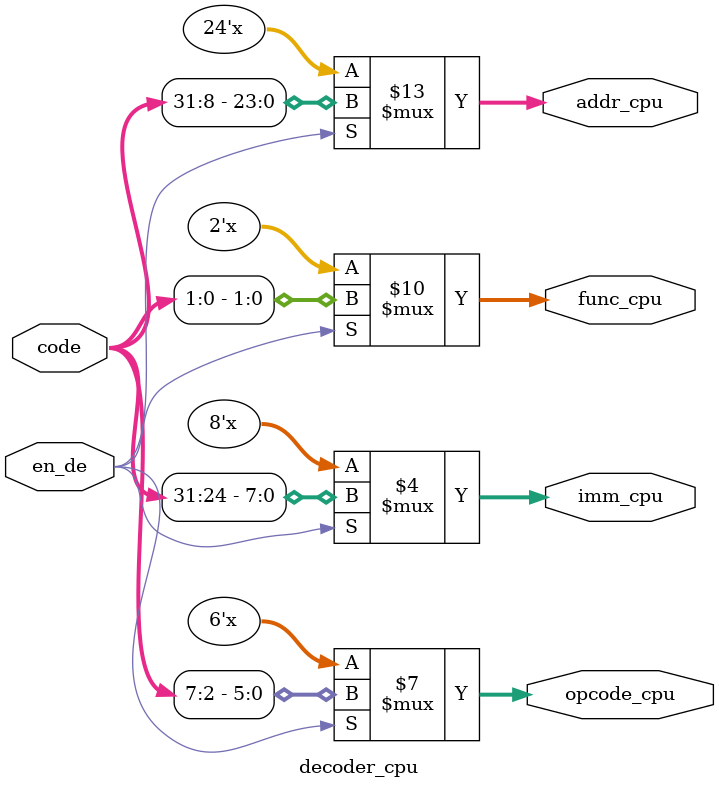
<source format=v>
`timescale 1ns / 1ps


module decoder_cpu(addr_cpu,code,func_cpu,opcode_cpu,imm_cpu,en_de);
input [31:0] code;
input en_de;
output reg [23:0] addr_cpu;
output reg [1:0] func_cpu;
output reg [5:0] opcode_cpu;
output reg [7:0] imm_cpu;

always@(*)
begin
if(en_de == 1) begin
 addr_cpu = code[31:8];
 func_cpu = code[1:0];
 opcode_cpu = code[7:2];
 imm_cpu = code[31:24];
 end
else begin
 addr_cpu = addr_cpu;
 func_cpu = func_cpu;
 opcode_cpu = opcode_cpu;
 imm_cpu = imm_cpu;
end
end
endmodule

</source>
